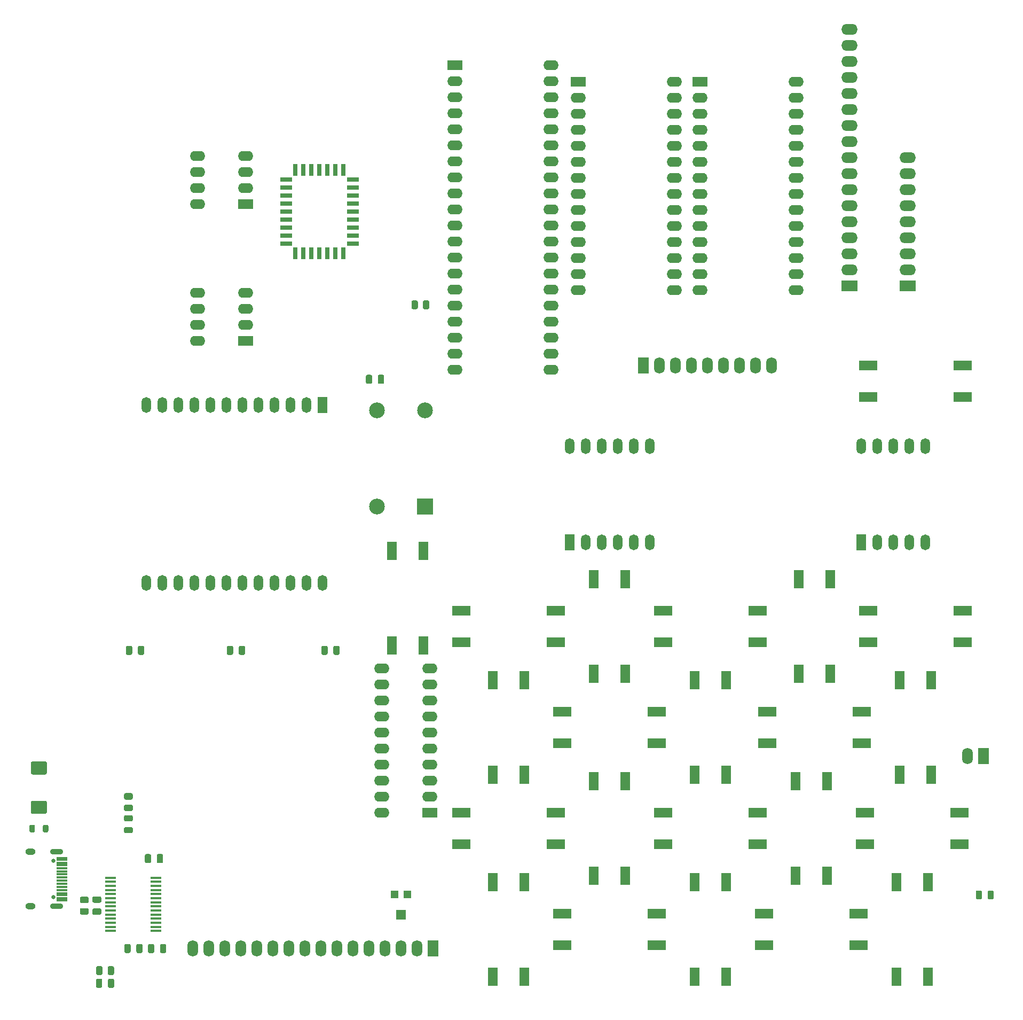
<source format=gbr>
G04 #@! TF.GenerationSoftware,KiCad,Pcbnew,5.1.7-a382d34a8~88~ubuntu20.04.1*
G04 #@! TF.CreationDate,2021-04-25T17:04:25-07:00*
G04 #@! TF.ProjectId,tec-1,7465632d-312e-46b6-9963-61645f706362,Apr2021*
G04 #@! TF.SameCoordinates,Original*
G04 #@! TF.FileFunction,Soldermask,Top*
G04 #@! TF.FilePolarity,Negative*
%FSLAX46Y46*%
G04 Gerber Fmt 4.6, Leading zero omitted, Abs format (unit mm)*
G04 Created by KiCad (PCBNEW 5.1.7-a382d34a8~88~ubuntu20.04.1) date 2021-04-25 17:04:25*
%MOMM*%
%LPD*%
G01*
G04 APERTURE LIST*
%ADD10O,1.700000X2.600000*%
%ADD11R,1.700000X2.600000*%
%ADD12R,1.600000X1.500000*%
%ADD13R,1.200000X1.200000*%
%ADD14C,2.500000*%
%ADD15R,2.500000X2.500000*%
%ADD16O,2.400000X1.600000*%
%ADD17R,2.400000X1.600000*%
%ADD18R,3.000000X1.500000*%
%ADD19R,1.925000X0.700000*%
%ADD20R,0.700000X1.925000*%
%ADD21O,2.600000X1.700000*%
%ADD22R,2.600000X1.700000*%
%ADD23O,1.500000X2.500000*%
%ADD24R,1.500000X2.500000*%
%ADD25R,1.750000X0.450000*%
%ADD26R,1.500000X3.000000*%
%ADD27R,1.750000X0.300000*%
%ADD28C,0.650000*%
%ADD29O,2.100000X0.900000*%
%ADD30O,1.600000X1.000000*%
G04 APERTURE END LIST*
D10*
G04 #@! TO.C,J7*
X139160000Y-80625000D03*
X136620000Y-80625000D03*
X134080000Y-80625000D03*
X131540000Y-80625000D03*
X129000000Y-80625000D03*
X126460000Y-80625000D03*
X123920000Y-80625000D03*
X121380000Y-80625000D03*
D11*
X118840000Y-80625000D03*
G04 #@! TD*
D12*
G04 #@! TO.C,RV1*
X80400000Y-167650000D03*
D13*
X79400000Y-164400000D03*
X81400000Y-164400000D03*
G04 #@! TD*
G04 #@! TO.C,R48*
G36*
G01*
X37650001Y-149400000D02*
X36749999Y-149400000D01*
G75*
G02*
X36500000Y-149150001I0J249999D01*
G01*
X36500000Y-148624999D01*
G75*
G02*
X36749999Y-148375000I249999J0D01*
G01*
X37650001Y-148375000D01*
G75*
G02*
X37900000Y-148624999I0J-249999D01*
G01*
X37900000Y-149150001D01*
G75*
G02*
X37650001Y-149400000I-249999J0D01*
G01*
G37*
G36*
G01*
X37650001Y-151225000D02*
X36749999Y-151225000D01*
G75*
G02*
X36500000Y-150975001I0J249999D01*
G01*
X36500000Y-150449999D01*
G75*
G02*
X36749999Y-150200000I249999J0D01*
G01*
X37650001Y-150200000D01*
G75*
G02*
X37900000Y-150449999I0J-249999D01*
G01*
X37900000Y-150975001D01*
G75*
G02*
X37650001Y-151225000I-249999J0D01*
G01*
G37*
G04 #@! TD*
G04 #@! TO.C,D3*
G36*
G01*
X36743750Y-153750000D02*
X37656250Y-153750000D01*
G75*
G02*
X37900000Y-153993750I0J-243750D01*
G01*
X37900000Y-154481250D01*
G75*
G02*
X37656250Y-154725000I-243750J0D01*
G01*
X36743750Y-154725000D01*
G75*
G02*
X36500000Y-154481250I0J243750D01*
G01*
X36500000Y-153993750D01*
G75*
G02*
X36743750Y-153750000I243750J0D01*
G01*
G37*
G36*
G01*
X36743750Y-151875000D02*
X37656250Y-151875000D01*
G75*
G02*
X37900000Y-152118750I0J-243750D01*
G01*
X37900000Y-152606250D01*
G75*
G02*
X37656250Y-152850000I-243750J0D01*
G01*
X36743750Y-152850000D01*
G75*
G02*
X36500000Y-152606250I0J243750D01*
G01*
X36500000Y-152118750D01*
G75*
G02*
X36743750Y-151875000I243750J0D01*
G01*
G37*
G04 #@! TD*
D10*
G04 #@! TO.C,J6*
X170260000Y-142500000D03*
D11*
X172800000Y-142500000D03*
G04 #@! TD*
G04 #@! TO.C,C22*
G36*
G01*
X31725000Y-166650000D02*
X32675000Y-166650000D01*
G75*
G02*
X32925000Y-166900000I0J-250000D01*
G01*
X32925000Y-167400000D01*
G75*
G02*
X32675000Y-167650000I-250000J0D01*
G01*
X31725000Y-167650000D01*
G75*
G02*
X31475000Y-167400000I0J250000D01*
G01*
X31475000Y-166900000D01*
G75*
G02*
X31725000Y-166650000I250000J0D01*
G01*
G37*
G36*
G01*
X31725000Y-164750000D02*
X32675000Y-164750000D01*
G75*
G02*
X32925000Y-165000000I0J-250000D01*
G01*
X32925000Y-165500000D01*
G75*
G02*
X32675000Y-165750000I-250000J0D01*
G01*
X31725000Y-165750000D01*
G75*
G02*
X31475000Y-165500000I0J250000D01*
G01*
X31475000Y-165000000D01*
G75*
G02*
X31725000Y-164750000I250000J0D01*
G01*
G37*
G04 #@! TD*
D14*
G04 #@! TO.C,X1*
X84250000Y-87760000D03*
X76630000Y-87760000D03*
X76630000Y-103000000D03*
D15*
X84250000Y-103000000D03*
G04 #@! TD*
D16*
G04 #@! TO.C,SW24*
X48130000Y-76750000D03*
X55750000Y-69130000D03*
X48130000Y-74210000D03*
X55750000Y-71670000D03*
X48130000Y-71670000D03*
X55750000Y-74210000D03*
X48130000Y-69130000D03*
D17*
X55750000Y-76750000D03*
G04 #@! TD*
G04 #@! TO.C,C20*
G36*
G01*
X76750000Y-83275000D02*
X76750000Y-82325000D01*
G75*
G02*
X77000000Y-82075000I250000J0D01*
G01*
X77500000Y-82075000D01*
G75*
G02*
X77750000Y-82325000I0J-250000D01*
G01*
X77750000Y-83275000D01*
G75*
G02*
X77500000Y-83525000I-250000J0D01*
G01*
X77000000Y-83525000D01*
G75*
G02*
X76750000Y-83275000I0J250000D01*
G01*
G37*
G36*
G01*
X74850000Y-83275000D02*
X74850000Y-82325000D01*
G75*
G02*
X75100000Y-82075000I250000J0D01*
G01*
X75600000Y-82075000D01*
G75*
G02*
X75850000Y-82325000I0J-250000D01*
G01*
X75850000Y-83275000D01*
G75*
G02*
X75600000Y-83525000I-250000J0D01*
G01*
X75100000Y-83525000D01*
G75*
G02*
X74850000Y-83275000I0J250000D01*
G01*
G37*
G04 #@! TD*
D18*
G04 #@! TO.C,SW23*
X169500000Y-80575000D03*
X154500000Y-80575000D03*
X169500000Y-85575000D03*
X154500000Y-85575000D03*
G04 #@! TD*
D19*
G04 #@! TO.C,U4*
X62177500Y-61330000D03*
X72822500Y-61330000D03*
X72822500Y-60060000D03*
X62177500Y-60060000D03*
X72822500Y-51170000D03*
X72822500Y-52440000D03*
X72822500Y-53710000D03*
X72822500Y-54980000D03*
X72822500Y-56250000D03*
X72822500Y-57520000D03*
X72822500Y-58790000D03*
D20*
X71310000Y-62842500D03*
X70040000Y-62842500D03*
X68770000Y-62842500D03*
X67500000Y-62842500D03*
X66230000Y-62842500D03*
X64960000Y-62842500D03*
X63690000Y-62842500D03*
D19*
X62177500Y-58790000D03*
X62177500Y-57520000D03*
X62177500Y-56250000D03*
X62177500Y-54980000D03*
X62177500Y-53710000D03*
X62177500Y-52440000D03*
X62177500Y-51170000D03*
D20*
X71310000Y-49657500D03*
X70040000Y-49657500D03*
X68770000Y-49657500D03*
X63690000Y-49657500D03*
X64960000Y-49657500D03*
X66230000Y-49657500D03*
X67500000Y-49657500D03*
G04 #@! TD*
G04 #@! TO.C,C8*
G36*
G01*
X24025000Y-145425000D02*
X21975000Y-145425000D01*
G75*
G02*
X21725000Y-145175000I0J250000D01*
G01*
X21725000Y-143600000D01*
G75*
G02*
X21975000Y-143350000I250000J0D01*
G01*
X24025000Y-143350000D01*
G75*
G02*
X24275000Y-143600000I0J-250000D01*
G01*
X24275000Y-145175000D01*
G75*
G02*
X24025000Y-145425000I-250000J0D01*
G01*
G37*
G36*
G01*
X24025000Y-151650000D02*
X21975000Y-151650000D01*
G75*
G02*
X21725000Y-151400000I0J250000D01*
G01*
X21725000Y-149825000D01*
G75*
G02*
X21975000Y-149575000I250000J0D01*
G01*
X24025000Y-149575000D01*
G75*
G02*
X24275000Y-149825000I0J-250000D01*
G01*
X24275000Y-151400000D01*
G75*
G02*
X24025000Y-151650000I-250000J0D01*
G01*
G37*
G04 #@! TD*
D16*
G04 #@! TO.C,U8*
X77380000Y-151500000D03*
X85000000Y-128640000D03*
X77380000Y-148960000D03*
X85000000Y-131180000D03*
X77380000Y-146420000D03*
X85000000Y-133720000D03*
X77380000Y-143880000D03*
X85000000Y-136260000D03*
X77380000Y-141340000D03*
X85000000Y-138800000D03*
X77380000Y-138800000D03*
X85000000Y-141340000D03*
X77380000Y-136260000D03*
X85000000Y-143880000D03*
X77380000Y-133720000D03*
X85000000Y-146420000D03*
X77380000Y-131180000D03*
X85000000Y-148960000D03*
X77380000Y-128640000D03*
D17*
X85000000Y-151500000D03*
G04 #@! TD*
D21*
G04 #@! TO.C,J5*
X160750000Y-47680000D03*
X160750000Y-50220000D03*
X160750000Y-52760000D03*
X160750000Y-55300000D03*
X160750000Y-57840000D03*
X160750000Y-60380000D03*
X160750000Y-62920000D03*
X160750000Y-65460000D03*
D22*
X160750000Y-68000000D03*
G04 #@! TD*
D21*
G04 #@! TO.C,J4*
X151500000Y-27360000D03*
X151500000Y-29900000D03*
X151500000Y-32440000D03*
X151500000Y-34980000D03*
X151500000Y-37520000D03*
X151500000Y-40060000D03*
X151500000Y-42600000D03*
X151500000Y-45140000D03*
X151500000Y-47680000D03*
X151500000Y-50220000D03*
X151500000Y-52760000D03*
X151500000Y-55300000D03*
X151500000Y-57840000D03*
X151500000Y-60380000D03*
X151500000Y-62920000D03*
X151500000Y-65460000D03*
D22*
X151500000Y-68000000D03*
G04 #@! TD*
D23*
G04 #@! TO.C,U12*
X161040000Y-93380000D03*
X163580000Y-93380000D03*
X158500000Y-93380000D03*
X155960000Y-93380000D03*
X153420000Y-93380000D03*
X163580000Y-108620000D03*
X161040000Y-108620000D03*
X158500000Y-108620000D03*
X155960000Y-108620000D03*
D24*
X153420000Y-108620000D03*
G04 #@! TD*
D23*
G04 #@! TO.C,U13*
X119850000Y-108620000D03*
X119850000Y-93380000D03*
X114770000Y-93380000D03*
X117310000Y-93380000D03*
X112230000Y-93380000D03*
X109690000Y-93380000D03*
X107150000Y-93380000D03*
X117310000Y-108620000D03*
X114770000Y-108620000D03*
X112230000Y-108620000D03*
X109690000Y-108620000D03*
D24*
X107150000Y-108620000D03*
G04 #@! TD*
D25*
G04 #@! TO.C,U7*
X34400000Y-170225000D03*
X34400000Y-169575000D03*
X34400000Y-168925000D03*
X34400000Y-168275000D03*
X34400000Y-167625000D03*
X34400000Y-166975000D03*
X34400000Y-166325000D03*
X34400000Y-165675000D03*
X34400000Y-165025000D03*
X34400000Y-164375000D03*
X34400000Y-163725000D03*
X34400000Y-163075000D03*
X34400000Y-162425000D03*
X34400000Y-161775000D03*
X41600000Y-161775000D03*
X41600000Y-162425000D03*
X41600000Y-163075000D03*
X41600000Y-163725000D03*
X41600000Y-164375000D03*
X41600000Y-165025000D03*
X41600000Y-165675000D03*
X41600000Y-166325000D03*
X41600000Y-166975000D03*
X41600000Y-167625000D03*
X41600000Y-168275000D03*
X41600000Y-168925000D03*
X41600000Y-169575000D03*
X41600000Y-170225000D03*
G04 #@! TD*
D16*
G04 #@! TO.C,U6*
X143040000Y-35670000D03*
X127800000Y-68690000D03*
X143040000Y-38210000D03*
X127800000Y-66150000D03*
X143040000Y-40750000D03*
X127800000Y-63610000D03*
X143040000Y-43290000D03*
X127800000Y-61070000D03*
X143040000Y-45830000D03*
X127800000Y-58530000D03*
X143040000Y-48370000D03*
X127800000Y-55990000D03*
X143040000Y-50910000D03*
X127800000Y-53450000D03*
X143040000Y-53450000D03*
X127800000Y-50910000D03*
X143040000Y-55990000D03*
X127800000Y-48370000D03*
X143040000Y-58530000D03*
X127800000Y-45830000D03*
X143040000Y-61070000D03*
X127800000Y-43290000D03*
X143040000Y-63610000D03*
X127800000Y-40750000D03*
X143040000Y-66150000D03*
X127800000Y-38210000D03*
X143040000Y-68690000D03*
D17*
X127800000Y-35670000D03*
G04 #@! TD*
D16*
G04 #@! TO.C,U5*
X123790000Y-35670000D03*
X108550000Y-68690000D03*
X123790000Y-38210000D03*
X108550000Y-66150000D03*
X123790000Y-40750000D03*
X108550000Y-63610000D03*
X123790000Y-43290000D03*
X108550000Y-61070000D03*
X123790000Y-45830000D03*
X108550000Y-58530000D03*
X123790000Y-48370000D03*
X108550000Y-55990000D03*
X123790000Y-50910000D03*
X108550000Y-53450000D03*
X123790000Y-53450000D03*
X108550000Y-50910000D03*
X123790000Y-55990000D03*
X108550000Y-48370000D03*
X123790000Y-58530000D03*
X108550000Y-45830000D03*
X123790000Y-61070000D03*
X108550000Y-43290000D03*
X123790000Y-63610000D03*
X108550000Y-40750000D03*
X123790000Y-66150000D03*
X108550000Y-38210000D03*
X123790000Y-68690000D03*
D17*
X108550000Y-35670000D03*
G04 #@! TD*
D16*
G04 #@! TO.C,U3*
X104240000Y-33000000D03*
X89000000Y-81260000D03*
X104240000Y-35540000D03*
X89000000Y-78720000D03*
X104240000Y-38080000D03*
X89000000Y-76180000D03*
X104240000Y-40620000D03*
X89000000Y-73640000D03*
X104240000Y-43160000D03*
X89000000Y-71100000D03*
X104240000Y-45700000D03*
X89000000Y-68560000D03*
X104240000Y-48240000D03*
X89000000Y-66020000D03*
X104240000Y-50780000D03*
X89000000Y-63480000D03*
X104240000Y-53320000D03*
X89000000Y-60940000D03*
X104240000Y-55860000D03*
X89000000Y-58400000D03*
X104240000Y-58400000D03*
X89000000Y-55860000D03*
X104240000Y-60940000D03*
X89000000Y-53320000D03*
X104240000Y-63480000D03*
X89000000Y-50780000D03*
X104240000Y-66020000D03*
X89000000Y-48240000D03*
X104240000Y-68560000D03*
X89000000Y-45700000D03*
X104240000Y-71100000D03*
X89000000Y-43160000D03*
X104240000Y-73640000D03*
X89000000Y-40620000D03*
X104240000Y-76180000D03*
X89000000Y-38080000D03*
X104240000Y-78720000D03*
X89000000Y-35540000D03*
X104240000Y-81260000D03*
D17*
X89000000Y-33000000D03*
G04 #@! TD*
D26*
G04 #@! TO.C,SW22*
X159000000Y-162500000D03*
X159000000Y-177500000D03*
X164000000Y-162500000D03*
X164000000Y-177500000D03*
G04 #@! TD*
D18*
G04 #@! TO.C,SW21*
X154000000Y-156500000D03*
X169000000Y-156500000D03*
X154000000Y-151500000D03*
X169000000Y-151500000D03*
G04 #@! TD*
D26*
G04 #@! TO.C,SW20*
X159500000Y-130500000D03*
X159500000Y-145500000D03*
X164500000Y-130500000D03*
X164500000Y-145500000D03*
G04 #@! TD*
D18*
G04 #@! TO.C,SW19*
X154500000Y-124500000D03*
X169500000Y-124500000D03*
X154500000Y-119500000D03*
X169500000Y-119500000D03*
G04 #@! TD*
G04 #@! TO.C,SW18*
X138000000Y-172500000D03*
X153000000Y-172500000D03*
X138000000Y-167500000D03*
X153000000Y-167500000D03*
G04 #@! TD*
D26*
G04 #@! TO.C,SW17*
X148000000Y-161500000D03*
X148000000Y-146500000D03*
X143000000Y-161500000D03*
X143000000Y-146500000D03*
G04 #@! TD*
D18*
G04 #@! TO.C,SW16*
X138500000Y-140500000D03*
X153500000Y-140500000D03*
X138500000Y-135500000D03*
X153500000Y-135500000D03*
G04 #@! TD*
D26*
G04 #@! TO.C,SW15*
X148500000Y-129500000D03*
X148500000Y-114500000D03*
X143500000Y-129500000D03*
X143500000Y-114500000D03*
G04 #@! TD*
G04 #@! TO.C,SW14*
X132000000Y-177500000D03*
X132000000Y-162500000D03*
X127000000Y-177500000D03*
X127000000Y-162500000D03*
G04 #@! TD*
D18*
G04 #@! TO.C,SW13*
X122000000Y-156500000D03*
X137000000Y-156500000D03*
X122000000Y-151500000D03*
X137000000Y-151500000D03*
G04 #@! TD*
D26*
G04 #@! TO.C,SW12*
X132000000Y-145500000D03*
X132000000Y-130500000D03*
X127000000Y-145500000D03*
X127000000Y-130500000D03*
G04 #@! TD*
D18*
G04 #@! TO.C,SW11*
X122000000Y-124500000D03*
X137000000Y-124500000D03*
X122000000Y-119500000D03*
X137000000Y-119500000D03*
G04 #@! TD*
G04 #@! TO.C,SW10*
X106000000Y-172500000D03*
X121000000Y-172500000D03*
X106000000Y-167500000D03*
X121000000Y-167500000D03*
G04 #@! TD*
D26*
G04 #@! TO.C,SW9*
X116000000Y-161500000D03*
X116000000Y-146500000D03*
X111000000Y-161500000D03*
X111000000Y-146500000D03*
G04 #@! TD*
D18*
G04 #@! TO.C,SW8*
X106000000Y-140500000D03*
X121000000Y-140500000D03*
X106000000Y-135500000D03*
X121000000Y-135500000D03*
G04 #@! TD*
D26*
G04 #@! TO.C,SW7*
X116000000Y-129500000D03*
X116000000Y-114500000D03*
X111000000Y-129500000D03*
X111000000Y-114500000D03*
G04 #@! TD*
G04 #@! TO.C,SW6*
X100000000Y-177500000D03*
X100000000Y-162500000D03*
X95000000Y-177500000D03*
X95000000Y-162500000D03*
G04 #@! TD*
D18*
G04 #@! TO.C,SW5*
X90000000Y-156500000D03*
X105000000Y-156500000D03*
X90000000Y-151500000D03*
X105000000Y-151500000D03*
G04 #@! TD*
D26*
G04 #@! TO.C,SW4*
X100000000Y-145500000D03*
X100000000Y-130500000D03*
X95000000Y-145500000D03*
X95000000Y-130500000D03*
G04 #@! TD*
D18*
G04 #@! TO.C,SW3*
X90000000Y-124500000D03*
X105000000Y-124500000D03*
X90000000Y-119500000D03*
X105000000Y-119500000D03*
G04 #@! TD*
D26*
G04 #@! TO.C,SW2*
X84000000Y-125000000D03*
X84000000Y-110000000D03*
X79000000Y-125000000D03*
X79000000Y-110000000D03*
G04 #@! TD*
D16*
G04 #@! TO.C,SW1*
X48130000Y-55000000D03*
X55750000Y-47380000D03*
X48130000Y-52460000D03*
X55750000Y-49920000D03*
X48130000Y-49920000D03*
X55750000Y-52460000D03*
X48130000Y-47380000D03*
D17*
X55750000Y-55000000D03*
G04 #@! TD*
G04 #@! TO.C,R14*
G36*
G01*
X30650001Y-165800000D02*
X29749999Y-165800000D01*
G75*
G02*
X29500000Y-165550001I0J249999D01*
G01*
X29500000Y-165024999D01*
G75*
G02*
X29749999Y-164775000I249999J0D01*
G01*
X30650001Y-164775000D01*
G75*
G02*
X30900000Y-165024999I0J-249999D01*
G01*
X30900000Y-165550001D01*
G75*
G02*
X30650001Y-165800000I-249999J0D01*
G01*
G37*
G36*
G01*
X30650001Y-167625000D02*
X29749999Y-167625000D01*
G75*
G02*
X29500000Y-167375001I0J249999D01*
G01*
X29500000Y-166849999D01*
G75*
G02*
X29749999Y-166600000I249999J0D01*
G01*
X30650001Y-166600000D01*
G75*
G02*
X30900000Y-166849999I0J-249999D01*
G01*
X30900000Y-167375001D01*
G75*
G02*
X30650001Y-167625000I-249999J0D01*
G01*
G37*
G04 #@! TD*
G04 #@! TO.C,R13*
G36*
G01*
X33900000Y-176950001D02*
X33900000Y-176049999D01*
G75*
G02*
X34149999Y-175800000I249999J0D01*
G01*
X34675001Y-175800000D01*
G75*
G02*
X34925000Y-176049999I0J-249999D01*
G01*
X34925000Y-176950001D01*
G75*
G02*
X34675001Y-177200000I-249999J0D01*
G01*
X34149999Y-177200000D01*
G75*
G02*
X33900000Y-176950001I0J249999D01*
G01*
G37*
G36*
G01*
X32075000Y-176950001D02*
X32075000Y-176049999D01*
G75*
G02*
X32324999Y-175800000I249999J0D01*
G01*
X32850001Y-175800000D01*
G75*
G02*
X33100000Y-176049999I0J-249999D01*
G01*
X33100000Y-176950001D01*
G75*
G02*
X32850001Y-177200000I-249999J0D01*
G01*
X32324999Y-177200000D01*
G75*
G02*
X32075000Y-176950001I0J249999D01*
G01*
G37*
G04 #@! TD*
G04 #@! TO.C,R1*
G36*
G01*
X83100000Y-70549999D02*
X83100000Y-71450001D01*
G75*
G02*
X82850001Y-71700000I-249999J0D01*
G01*
X82324999Y-71700000D01*
G75*
G02*
X82075000Y-71450001I0J249999D01*
G01*
X82075000Y-70549999D01*
G75*
G02*
X82324999Y-70300000I249999J0D01*
G01*
X82850001Y-70300000D01*
G75*
G02*
X83100000Y-70549999I0J-249999D01*
G01*
G37*
G36*
G01*
X84925000Y-70549999D02*
X84925000Y-71450001D01*
G75*
G02*
X84675001Y-71700000I-249999J0D01*
G01*
X84149999Y-71700000D01*
G75*
G02*
X83900000Y-71450001I0J249999D01*
G01*
X83900000Y-70549999D01*
G75*
G02*
X84149999Y-70300000I249999J0D01*
G01*
X84675001Y-70300000D01*
G75*
G02*
X84925000Y-70549999I0J-249999D01*
G01*
G37*
G04 #@! TD*
D10*
G04 #@! TO.C,J3*
X47400000Y-173000000D03*
X49940000Y-173000000D03*
X52480000Y-173000000D03*
X55020000Y-173000000D03*
X57560000Y-173000000D03*
X60100000Y-173000000D03*
X62640000Y-173000000D03*
X65180000Y-173000000D03*
X67720000Y-173000000D03*
X70260000Y-173000000D03*
X72800000Y-173000000D03*
X75340000Y-173000000D03*
X77880000Y-173000000D03*
X80420000Y-173000000D03*
X82960000Y-173000000D03*
D11*
X85500000Y-173000000D03*
G04 #@! TD*
D27*
G04 #@! TO.C,J1*
X26650000Y-165350000D03*
X26650000Y-165050000D03*
X26650000Y-164250000D03*
X26650000Y-164550000D03*
X26650000Y-159750000D03*
X26650000Y-159450000D03*
X26650000Y-158950000D03*
X26650000Y-158650000D03*
X26650000Y-161750000D03*
X26650000Y-160750000D03*
X26650000Y-160250000D03*
X26650000Y-161250000D03*
X26650000Y-163750000D03*
X26650000Y-163250000D03*
X26650000Y-162750000D03*
X26650000Y-162250000D03*
D28*
X25310000Y-164890000D03*
X25310000Y-159110000D03*
D29*
X25810000Y-166320000D03*
X25810000Y-157680000D03*
D30*
X21630000Y-166320000D03*
X21630000Y-157680000D03*
G04 #@! TD*
G04 #@! TO.C,FB1*
G36*
G01*
X22375000Y-153618750D02*
X22375000Y-154381250D01*
G75*
G02*
X22156250Y-154600000I-218750J0D01*
G01*
X21718750Y-154600000D01*
G75*
G02*
X21500000Y-154381250I0J218750D01*
G01*
X21500000Y-153618750D01*
G75*
G02*
X21718750Y-153400000I218750J0D01*
G01*
X22156250Y-153400000D01*
G75*
G02*
X22375000Y-153618750I0J-218750D01*
G01*
G37*
G36*
G01*
X24500000Y-153618750D02*
X24500000Y-154381250D01*
G75*
G02*
X24281250Y-154600000I-218750J0D01*
G01*
X23843750Y-154600000D01*
G75*
G02*
X23625000Y-154381250I0J218750D01*
G01*
X23625000Y-153618750D01*
G75*
G02*
X23843750Y-153400000I218750J0D01*
G01*
X24281250Y-153400000D01*
G75*
G02*
X24500000Y-153618750I0J-218750D01*
G01*
G37*
G04 #@! TD*
D23*
G04 #@! TO.C,D2*
X45110000Y-115100000D03*
X45110000Y-86900000D03*
X42570000Y-86900000D03*
X42570000Y-115100000D03*
X47650000Y-115100000D03*
X55270000Y-115100000D03*
X50190000Y-115100000D03*
X52730000Y-86900000D03*
X55270000Y-86900000D03*
X50190000Y-86900000D03*
X52730000Y-115100000D03*
X47650000Y-86900000D03*
X60350000Y-115100000D03*
X57810000Y-86900000D03*
X60350000Y-86900000D03*
X57810000Y-115100000D03*
X62890000Y-86900000D03*
X62890000Y-115100000D03*
X65430000Y-115100000D03*
X65430000Y-86900000D03*
X40030000Y-115100000D03*
X40030000Y-86900000D03*
X67970000Y-115100000D03*
D24*
X67970000Y-86900000D03*
G04 #@! TD*
G04 #@! TO.C,D1*
G36*
G01*
X172550000Y-164043750D02*
X172550000Y-164956250D01*
G75*
G02*
X172306250Y-165200000I-243750J0D01*
G01*
X171818750Y-165200000D01*
G75*
G02*
X171575000Y-164956250I0J243750D01*
G01*
X171575000Y-164043750D01*
G75*
G02*
X171818750Y-163800000I243750J0D01*
G01*
X172306250Y-163800000D01*
G75*
G02*
X172550000Y-164043750I0J-243750D01*
G01*
G37*
G36*
G01*
X174425000Y-164043750D02*
X174425000Y-164956250D01*
G75*
G02*
X174181250Y-165200000I-243750J0D01*
G01*
X173693750Y-165200000D01*
G75*
G02*
X173450000Y-164956250I0J243750D01*
G01*
X173450000Y-164043750D01*
G75*
G02*
X173693750Y-163800000I243750J0D01*
G01*
X174181250Y-163800000D01*
G75*
G02*
X174425000Y-164043750I0J-243750D01*
G01*
G37*
G04 #@! TD*
G04 #@! TO.C,C19*
G36*
G01*
X37800000Y-125275000D02*
X37800000Y-126225000D01*
G75*
G02*
X37550000Y-126475000I-250000J0D01*
G01*
X37050000Y-126475000D01*
G75*
G02*
X36800000Y-126225000I0J250000D01*
G01*
X36800000Y-125275000D01*
G75*
G02*
X37050000Y-125025000I250000J0D01*
G01*
X37550000Y-125025000D01*
G75*
G02*
X37800000Y-125275000I0J-250000D01*
G01*
G37*
G36*
G01*
X39700000Y-125275000D02*
X39700000Y-126225000D01*
G75*
G02*
X39450000Y-126475000I-250000J0D01*
G01*
X38950000Y-126475000D01*
G75*
G02*
X38700000Y-126225000I0J250000D01*
G01*
X38700000Y-125275000D01*
G75*
G02*
X38950000Y-125025000I250000J0D01*
G01*
X39450000Y-125025000D01*
G75*
G02*
X39700000Y-125275000I0J-250000D01*
G01*
G37*
G04 #@! TD*
G04 #@! TO.C,C18*
G36*
G01*
X68800000Y-125275000D02*
X68800000Y-126225000D01*
G75*
G02*
X68550000Y-126475000I-250000J0D01*
G01*
X68050000Y-126475000D01*
G75*
G02*
X67800000Y-126225000I0J250000D01*
G01*
X67800000Y-125275000D01*
G75*
G02*
X68050000Y-125025000I250000J0D01*
G01*
X68550000Y-125025000D01*
G75*
G02*
X68800000Y-125275000I0J-250000D01*
G01*
G37*
G36*
G01*
X70700000Y-125275000D02*
X70700000Y-126225000D01*
G75*
G02*
X70450000Y-126475000I-250000J0D01*
G01*
X69950000Y-126475000D01*
G75*
G02*
X69700000Y-126225000I0J250000D01*
G01*
X69700000Y-125275000D01*
G75*
G02*
X69950000Y-125025000I250000J0D01*
G01*
X70450000Y-125025000D01*
G75*
G02*
X70700000Y-125275000I0J-250000D01*
G01*
G37*
G04 #@! TD*
G04 #@! TO.C,C17*
G36*
G01*
X53800000Y-125275000D02*
X53800000Y-126225000D01*
G75*
G02*
X53550000Y-126475000I-250000J0D01*
G01*
X53050000Y-126475000D01*
G75*
G02*
X52800000Y-126225000I0J250000D01*
G01*
X52800000Y-125275000D01*
G75*
G02*
X53050000Y-125025000I250000J0D01*
G01*
X53550000Y-125025000D01*
G75*
G02*
X53800000Y-125275000I0J-250000D01*
G01*
G37*
G36*
G01*
X55700000Y-125275000D02*
X55700000Y-126225000D01*
G75*
G02*
X55450000Y-126475000I-250000J0D01*
G01*
X54950000Y-126475000D01*
G75*
G02*
X54700000Y-126225000I0J250000D01*
G01*
X54700000Y-125275000D01*
G75*
G02*
X54950000Y-125025000I250000J0D01*
G01*
X55450000Y-125025000D01*
G75*
G02*
X55700000Y-125275000I0J-250000D01*
G01*
G37*
G04 #@! TD*
G04 #@! TO.C,C10*
G36*
G01*
X42200000Y-173475000D02*
X42200000Y-172525000D01*
G75*
G02*
X42450000Y-172275000I250000J0D01*
G01*
X42950000Y-172275000D01*
G75*
G02*
X43200000Y-172525000I0J-250000D01*
G01*
X43200000Y-173475000D01*
G75*
G02*
X42950000Y-173725000I-250000J0D01*
G01*
X42450000Y-173725000D01*
G75*
G02*
X42200000Y-173475000I0J250000D01*
G01*
G37*
G36*
G01*
X40300000Y-173475000D02*
X40300000Y-172525000D01*
G75*
G02*
X40550000Y-172275000I250000J0D01*
G01*
X41050000Y-172275000D01*
G75*
G02*
X41300000Y-172525000I0J-250000D01*
G01*
X41300000Y-173475000D01*
G75*
G02*
X41050000Y-173725000I-250000J0D01*
G01*
X40550000Y-173725000D01*
G75*
G02*
X40300000Y-173475000I0J250000D01*
G01*
G37*
G04 #@! TD*
G04 #@! TO.C,C9*
G36*
G01*
X37550000Y-172525000D02*
X37550000Y-173475000D01*
G75*
G02*
X37300000Y-173725000I-250000J0D01*
G01*
X36800000Y-173725000D01*
G75*
G02*
X36550000Y-173475000I0J250000D01*
G01*
X36550000Y-172525000D01*
G75*
G02*
X36800000Y-172275000I250000J0D01*
G01*
X37300000Y-172275000D01*
G75*
G02*
X37550000Y-172525000I0J-250000D01*
G01*
G37*
G36*
G01*
X39450000Y-172525000D02*
X39450000Y-173475000D01*
G75*
G02*
X39200000Y-173725000I-250000J0D01*
G01*
X38700000Y-173725000D01*
G75*
G02*
X38450000Y-173475000I0J250000D01*
G01*
X38450000Y-172525000D01*
G75*
G02*
X38700000Y-172275000I250000J0D01*
G01*
X39200000Y-172275000D01*
G75*
G02*
X39450000Y-172525000I0J-250000D01*
G01*
G37*
G04 #@! TD*
G04 #@! TO.C,C7*
G36*
G01*
X33050000Y-178025000D02*
X33050000Y-178975000D01*
G75*
G02*
X32800000Y-179225000I-250000J0D01*
G01*
X32300000Y-179225000D01*
G75*
G02*
X32050000Y-178975000I0J250000D01*
G01*
X32050000Y-178025000D01*
G75*
G02*
X32300000Y-177775000I250000J0D01*
G01*
X32800000Y-177775000D01*
G75*
G02*
X33050000Y-178025000I0J-250000D01*
G01*
G37*
G36*
G01*
X34950000Y-178025000D02*
X34950000Y-178975000D01*
G75*
G02*
X34700000Y-179225000I-250000J0D01*
G01*
X34200000Y-179225000D01*
G75*
G02*
X33950000Y-178975000I0J250000D01*
G01*
X33950000Y-178025000D01*
G75*
G02*
X34200000Y-177775000I250000J0D01*
G01*
X34700000Y-177775000D01*
G75*
G02*
X34950000Y-178025000I0J-250000D01*
G01*
G37*
G04 #@! TD*
G04 #@! TO.C,C1*
G36*
G01*
X41700000Y-159225000D02*
X41700000Y-158275000D01*
G75*
G02*
X41950000Y-158025000I250000J0D01*
G01*
X42450000Y-158025000D01*
G75*
G02*
X42700000Y-158275000I0J-250000D01*
G01*
X42700000Y-159225000D01*
G75*
G02*
X42450000Y-159475000I-250000J0D01*
G01*
X41950000Y-159475000D01*
G75*
G02*
X41700000Y-159225000I0J250000D01*
G01*
G37*
G36*
G01*
X39800000Y-159225000D02*
X39800000Y-158275000D01*
G75*
G02*
X40050000Y-158025000I250000J0D01*
G01*
X40550000Y-158025000D01*
G75*
G02*
X40800000Y-158275000I0J-250000D01*
G01*
X40800000Y-159225000D01*
G75*
G02*
X40550000Y-159475000I-250000J0D01*
G01*
X40050000Y-159475000D01*
G75*
G02*
X39800000Y-159225000I0J250000D01*
G01*
G37*
G04 #@! TD*
M02*

</source>
